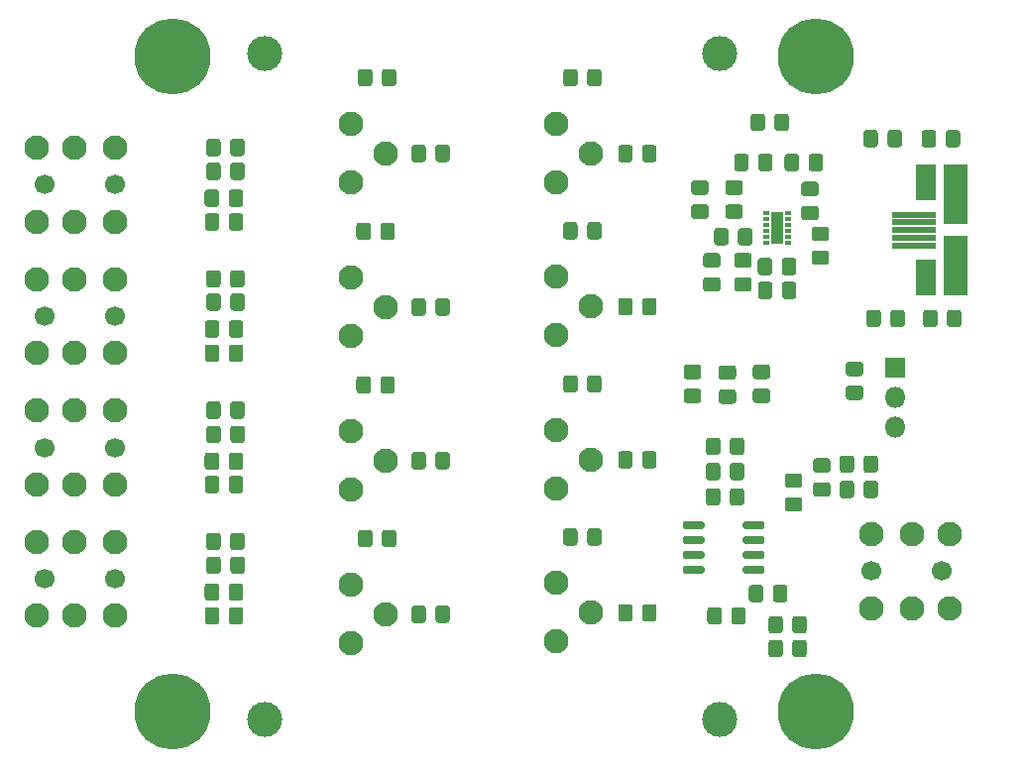
<source format=gts>
G04 #@! TF.GenerationSoftware,KiCad,Pcbnew,5.1.6-c6e7f7d~87~ubuntu18.04.1*
G04 #@! TF.CreationDate,2020-09-10T19:55:48-05:00*
G04 #@! TF.ProjectId,MiniStereoMixer,4d696e69-5374-4657-9265-6f4d69786572,rev?*
G04 #@! TF.SameCoordinates,Original*
G04 #@! TF.FileFunction,Soldermask,Top*
G04 #@! TF.FilePolarity,Negative*
%FSLAX46Y46*%
G04 Gerber Fmt 4.6, Leading zero omitted, Abs format (unit mm)*
G04 Created by KiCad (PCBNEW 5.1.6-c6e7f7d~87~ubuntu18.04.1) date 2020-09-10 19:55:48*
%MOMM*%
%LPD*%
G01*
G04 APERTURE LIST*
%ADD10C,1.700000*%
%ADD11C,2.100000*%
%ADD12R,3.700000X0.500000*%
%ADD13R,1.700000X3.100000*%
%ADD14R,2.000000X5.100000*%
%ADD15R,1.800000X1.800000*%
%ADD16O,1.800000X1.800000*%
%ADD17R,0.600000X0.350000*%
%ADD18R,1.100000X2.750000*%
%ADD19C,3.000000*%
%ADD20C,6.500000*%
G04 APERTURE END LIST*
D10*
G04 #@! TO.C,J6*
X193579000Y-87122000D03*
X199579000Y-87122000D03*
D11*
X193579000Y-83972000D03*
X197079000Y-83972000D03*
X200279000Y-83972000D03*
X197079000Y-90272000D03*
X193579000Y-90272000D03*
X200279000Y-90272000D03*
G04 #@! TD*
D10*
G04 #@! TO.C,J1*
X129001000Y-87782000D03*
X123001000Y-87782000D03*
D11*
X129001000Y-90932000D03*
X125501000Y-90932000D03*
X122301000Y-90932000D03*
X125501000Y-84632000D03*
X129001000Y-84632000D03*
X122301000Y-84632000D03*
G04 #@! TD*
D10*
G04 #@! TO.C,J2*
X129001000Y-76555332D03*
X123001000Y-76555332D03*
D11*
X129001000Y-79705332D03*
X125501000Y-79705332D03*
X122301000Y-79705332D03*
X125501000Y-73405332D03*
X129001000Y-73405332D03*
X122301000Y-73405332D03*
G04 #@! TD*
D10*
G04 #@! TO.C,J3*
X129001000Y-65328666D03*
X123001000Y-65328666D03*
D11*
X129001000Y-68478666D03*
X125501000Y-68478666D03*
X122301000Y-68478666D03*
X125501000Y-62178666D03*
X129001000Y-62178666D03*
X122301000Y-62178666D03*
G04 #@! TD*
D10*
G04 #@! TO.C,J4*
X129001000Y-54102000D03*
X123001000Y-54102000D03*
D11*
X129001000Y-57252000D03*
X125501000Y-57252000D03*
X122301000Y-57252000D03*
X125501000Y-50952000D03*
X129001000Y-50952000D03*
X122301000Y-50952000D03*
G04 #@! TD*
G04 #@! TO.C,C1*
G36*
G01*
X188751738Y-57668000D02*
X189708262Y-57668000D01*
G75*
G02*
X189980000Y-57939738I0J-271738D01*
G01*
X189980000Y-58646262D01*
G75*
G02*
X189708262Y-58918000I-271738J0D01*
G01*
X188751738Y-58918000D01*
G75*
G02*
X188480000Y-58646262I0J271738D01*
G01*
X188480000Y-57939738D01*
G75*
G02*
X188751738Y-57668000I271738J0D01*
G01*
G37*
G36*
G01*
X188751738Y-59718000D02*
X189708262Y-59718000D01*
G75*
G02*
X189980000Y-59989738I0J-271738D01*
G01*
X189980000Y-60696262D01*
G75*
G02*
X189708262Y-60968000I-271738J0D01*
G01*
X188751738Y-60968000D01*
G75*
G02*
X188480000Y-60696262I0J271738D01*
G01*
X188480000Y-59989738D01*
G75*
G02*
X188751738Y-59718000I271738J0D01*
G01*
G37*
G04 #@! TD*
G04 #@! TO.C,C2*
G36*
G01*
X182342262Y-54972000D02*
X181385738Y-54972000D01*
G75*
G02*
X181114000Y-54700262I0J271738D01*
G01*
X181114000Y-53993738D01*
G75*
G02*
X181385738Y-53722000I271738J0D01*
G01*
X182342262Y-53722000D01*
G75*
G02*
X182614000Y-53993738I0J-271738D01*
G01*
X182614000Y-54700262D01*
G75*
G02*
X182342262Y-54972000I-271738J0D01*
G01*
G37*
G36*
G01*
X182342262Y-57022000D02*
X181385738Y-57022000D01*
G75*
G02*
X181114000Y-56750262I0J271738D01*
G01*
X181114000Y-56043738D01*
G75*
G02*
X181385738Y-55772000I271738J0D01*
G01*
X182342262Y-55772000D01*
G75*
G02*
X182614000Y-56043738I0J-271738D01*
G01*
X182614000Y-56750262D01*
G75*
G02*
X182342262Y-57022000I-271738J0D01*
G01*
G37*
G04 #@! TD*
G04 #@! TO.C,C3*
G36*
G01*
X183450500Y-58068738D02*
X183450500Y-59025262D01*
G75*
G02*
X183178762Y-59297000I-271738J0D01*
G01*
X182472238Y-59297000D01*
G75*
G02*
X182200500Y-59025262I0J271738D01*
G01*
X182200500Y-58068738D01*
G75*
G02*
X182472238Y-57797000I271738J0D01*
G01*
X183178762Y-57797000D01*
G75*
G02*
X183450500Y-58068738I0J-271738D01*
G01*
G37*
G36*
G01*
X181400500Y-58068738D02*
X181400500Y-59025262D01*
G75*
G02*
X181128762Y-59297000I-271738J0D01*
G01*
X180422238Y-59297000D01*
G75*
G02*
X180150500Y-59025262I0J271738D01*
G01*
X180150500Y-58068738D01*
G75*
G02*
X180422238Y-57797000I271738J0D01*
G01*
X181128762Y-57797000D01*
G75*
G02*
X181400500Y-58068738I0J-271738D01*
G01*
G37*
G04 #@! TD*
G04 #@! TO.C,C4*
G36*
G01*
X188819262Y-57149000D02*
X187862738Y-57149000D01*
G75*
G02*
X187591000Y-56877262I0J271738D01*
G01*
X187591000Y-56170738D01*
G75*
G02*
X187862738Y-55899000I271738J0D01*
G01*
X188819262Y-55899000D01*
G75*
G02*
X189091000Y-56170738I0J-271738D01*
G01*
X189091000Y-56877262D01*
G75*
G02*
X188819262Y-57149000I-271738J0D01*
G01*
G37*
G36*
G01*
X188819262Y-55099000D02*
X187862738Y-55099000D01*
G75*
G02*
X187591000Y-54827262I0J271738D01*
G01*
X187591000Y-54120738D01*
G75*
G02*
X187862738Y-53849000I271738J0D01*
G01*
X188819262Y-53849000D01*
G75*
G02*
X189091000Y-54120738I0J-271738D01*
G01*
X189091000Y-54827262D01*
G75*
G02*
X188819262Y-55099000I-271738J0D01*
G01*
G37*
G04 #@! TD*
G04 #@! TO.C,C5*
G36*
G01*
X182147738Y-61986000D02*
X183104262Y-61986000D01*
G75*
G02*
X183376000Y-62257738I0J-271738D01*
G01*
X183376000Y-62964262D01*
G75*
G02*
X183104262Y-63236000I-271738J0D01*
G01*
X182147738Y-63236000D01*
G75*
G02*
X181876000Y-62964262I0J271738D01*
G01*
X181876000Y-62257738D01*
G75*
G02*
X182147738Y-61986000I271738J0D01*
G01*
G37*
G36*
G01*
X182147738Y-59936000D02*
X183104262Y-59936000D01*
G75*
G02*
X183376000Y-60207738I0J-271738D01*
G01*
X183376000Y-60914262D01*
G75*
G02*
X183104262Y-61186000I-271738J0D01*
G01*
X182147738Y-61186000D01*
G75*
G02*
X181876000Y-60914262I0J271738D01*
G01*
X181876000Y-60207738D01*
G75*
G02*
X182147738Y-59936000I271738J0D01*
G01*
G37*
G04 #@! TD*
G04 #@! TO.C,C6*
G36*
G01*
X138021000Y-84103738D02*
X138021000Y-85060262D01*
G75*
G02*
X137749262Y-85332000I-271738J0D01*
G01*
X137042738Y-85332000D01*
G75*
G02*
X136771000Y-85060262I0J271738D01*
G01*
X136771000Y-84103738D01*
G75*
G02*
X137042738Y-83832000I271738J0D01*
G01*
X137749262Y-83832000D01*
G75*
G02*
X138021000Y-84103738I0J-271738D01*
G01*
G37*
G36*
G01*
X140071000Y-84103738D02*
X140071000Y-85060262D01*
G75*
G02*
X139799262Y-85332000I-271738J0D01*
G01*
X139092738Y-85332000D01*
G75*
G02*
X138821000Y-85060262I0J271738D01*
G01*
X138821000Y-84103738D01*
G75*
G02*
X139092738Y-83832000I271738J0D01*
G01*
X139799262Y-83832000D01*
G75*
G02*
X140071000Y-84103738I0J-271738D01*
G01*
G37*
G04 #@! TD*
G04 #@! TO.C,C7*
G36*
G01*
X138021000Y-72885404D02*
X138021000Y-73841928D01*
G75*
G02*
X137749262Y-74113666I-271738J0D01*
G01*
X137042738Y-74113666D01*
G75*
G02*
X136771000Y-73841928I0J271738D01*
G01*
X136771000Y-72885404D01*
G75*
G02*
X137042738Y-72613666I271738J0D01*
G01*
X137749262Y-72613666D01*
G75*
G02*
X138021000Y-72885404I0J-271738D01*
G01*
G37*
G36*
G01*
X140071000Y-72885404D02*
X140071000Y-73841928D01*
G75*
G02*
X139799262Y-74113666I-271738J0D01*
G01*
X139092738Y-74113666D01*
G75*
G02*
X138821000Y-73841928I0J271738D01*
G01*
X138821000Y-72885404D01*
G75*
G02*
X139092738Y-72613666I271738J0D01*
G01*
X139799262Y-72613666D01*
G75*
G02*
X140071000Y-72885404I0J-271738D01*
G01*
G37*
G04 #@! TD*
G04 #@! TO.C,C8*
G36*
G01*
X138021000Y-61667071D02*
X138021000Y-62623595D01*
G75*
G02*
X137749262Y-62895333I-271738J0D01*
G01*
X137042738Y-62895333D01*
G75*
G02*
X136771000Y-62623595I0J271738D01*
G01*
X136771000Y-61667071D01*
G75*
G02*
X137042738Y-61395333I271738J0D01*
G01*
X137749262Y-61395333D01*
G75*
G02*
X138021000Y-61667071I0J-271738D01*
G01*
G37*
G36*
G01*
X140071000Y-61667071D02*
X140071000Y-62623595D01*
G75*
G02*
X139799262Y-62895333I-271738J0D01*
G01*
X139092738Y-62895333D01*
G75*
G02*
X138821000Y-62623595I0J271738D01*
G01*
X138821000Y-61667071D01*
G75*
G02*
X139092738Y-61395333I271738J0D01*
G01*
X139799262Y-61395333D01*
G75*
G02*
X140071000Y-61667071I0J-271738D01*
G01*
G37*
G04 #@! TD*
G04 #@! TO.C,C9*
G36*
G01*
X138021000Y-50448738D02*
X138021000Y-51405262D01*
G75*
G02*
X137749262Y-51677000I-271738J0D01*
G01*
X137042738Y-51677000D01*
G75*
G02*
X136771000Y-51405262I0J271738D01*
G01*
X136771000Y-50448738D01*
G75*
G02*
X137042738Y-50177000I271738J0D01*
G01*
X137749262Y-50177000D01*
G75*
G02*
X138021000Y-50448738I0J-271738D01*
G01*
G37*
G36*
G01*
X140071000Y-50448738D02*
X140071000Y-51405262D01*
G75*
G02*
X139799262Y-51677000I-271738J0D01*
G01*
X139092738Y-51677000D01*
G75*
G02*
X138821000Y-51405262I0J271738D01*
G01*
X138821000Y-50448738D01*
G75*
G02*
X139092738Y-50177000I271738J0D01*
G01*
X139799262Y-50177000D01*
G75*
G02*
X140071000Y-50448738I0J-271738D01*
G01*
G37*
G04 #@! TD*
G04 #@! TO.C,C10*
G36*
G01*
X139953000Y-90453738D02*
X139953000Y-91410262D01*
G75*
G02*
X139681262Y-91682000I-271738J0D01*
G01*
X138974738Y-91682000D01*
G75*
G02*
X138703000Y-91410262I0J271738D01*
G01*
X138703000Y-90453738D01*
G75*
G02*
X138974738Y-90182000I271738J0D01*
G01*
X139681262Y-90182000D01*
G75*
G02*
X139953000Y-90453738I0J-271738D01*
G01*
G37*
G36*
G01*
X137903000Y-90453738D02*
X137903000Y-91410262D01*
G75*
G02*
X137631262Y-91682000I-271738J0D01*
G01*
X136924738Y-91682000D01*
G75*
G02*
X136653000Y-91410262I0J271738D01*
G01*
X136653000Y-90453738D01*
G75*
G02*
X136924738Y-90182000I271738J0D01*
G01*
X137631262Y-90182000D01*
G75*
G02*
X137903000Y-90453738I0J-271738D01*
G01*
G37*
G04 #@! TD*
G04 #@! TO.C,C11*
G36*
G01*
X139953000Y-79235404D02*
X139953000Y-80191928D01*
G75*
G02*
X139681262Y-80463666I-271738J0D01*
G01*
X138974738Y-80463666D01*
G75*
G02*
X138703000Y-80191928I0J271738D01*
G01*
X138703000Y-79235404D01*
G75*
G02*
X138974738Y-78963666I271738J0D01*
G01*
X139681262Y-78963666D01*
G75*
G02*
X139953000Y-79235404I0J-271738D01*
G01*
G37*
G36*
G01*
X137903000Y-79235404D02*
X137903000Y-80191928D01*
G75*
G02*
X137631262Y-80463666I-271738J0D01*
G01*
X136924738Y-80463666D01*
G75*
G02*
X136653000Y-80191928I0J271738D01*
G01*
X136653000Y-79235404D01*
G75*
G02*
X136924738Y-78963666I271738J0D01*
G01*
X137631262Y-78963666D01*
G75*
G02*
X137903000Y-79235404I0J-271738D01*
G01*
G37*
G04 #@! TD*
G04 #@! TO.C,C12*
G36*
G01*
X139953000Y-68017071D02*
X139953000Y-68973595D01*
G75*
G02*
X139681262Y-69245333I-271738J0D01*
G01*
X138974738Y-69245333D01*
G75*
G02*
X138703000Y-68973595I0J271738D01*
G01*
X138703000Y-68017071D01*
G75*
G02*
X138974738Y-67745333I271738J0D01*
G01*
X139681262Y-67745333D01*
G75*
G02*
X139953000Y-68017071I0J-271738D01*
G01*
G37*
G36*
G01*
X137903000Y-68017071D02*
X137903000Y-68973595D01*
G75*
G02*
X137631262Y-69245333I-271738J0D01*
G01*
X136924738Y-69245333D01*
G75*
G02*
X136653000Y-68973595I0J271738D01*
G01*
X136653000Y-68017071D01*
G75*
G02*
X136924738Y-67745333I271738J0D01*
G01*
X137631262Y-67745333D01*
G75*
G02*
X137903000Y-68017071I0J-271738D01*
G01*
G37*
G04 #@! TD*
G04 #@! TO.C,C13*
G36*
G01*
X137903000Y-56798738D02*
X137903000Y-57755262D01*
G75*
G02*
X137631262Y-58027000I-271738J0D01*
G01*
X136924738Y-58027000D01*
G75*
G02*
X136653000Y-57755262I0J271738D01*
G01*
X136653000Y-56798738D01*
G75*
G02*
X136924738Y-56527000I271738J0D01*
G01*
X137631262Y-56527000D01*
G75*
G02*
X137903000Y-56798738I0J-271738D01*
G01*
G37*
G36*
G01*
X139953000Y-56798738D02*
X139953000Y-57755262D01*
G75*
G02*
X139681262Y-58027000I-271738J0D01*
G01*
X138974738Y-58027000D01*
G75*
G02*
X138703000Y-57755262I0J271738D01*
G01*
X138703000Y-56798738D01*
G75*
G02*
X138974738Y-56527000I271738J0D01*
G01*
X139681262Y-56527000D01*
G75*
G02*
X139953000Y-56798738I0J-271738D01*
G01*
G37*
G04 #@! TD*
G04 #@! TO.C,C14*
G36*
G01*
X182752000Y-75975738D02*
X182752000Y-76932262D01*
G75*
G02*
X182480262Y-77204000I-271738J0D01*
G01*
X181773738Y-77204000D01*
G75*
G02*
X181502000Y-76932262I0J271738D01*
G01*
X181502000Y-75975738D01*
G75*
G02*
X181773738Y-75704000I271738J0D01*
G01*
X182480262Y-75704000D01*
G75*
G02*
X182752000Y-75975738I0J-271738D01*
G01*
G37*
G36*
G01*
X180702000Y-75975738D02*
X180702000Y-76932262D01*
G75*
G02*
X180430262Y-77204000I-271738J0D01*
G01*
X179723738Y-77204000D01*
G75*
G02*
X179452000Y-76932262I0J271738D01*
G01*
X179452000Y-75975738D01*
G75*
G02*
X179723738Y-75704000I271738J0D01*
G01*
X180430262Y-75704000D01*
G75*
G02*
X180702000Y-75975738I0J-271738D01*
G01*
G37*
G04 #@! TD*
G04 #@! TO.C,C15*
G36*
G01*
X180693000Y-78134738D02*
X180693000Y-79091262D01*
G75*
G02*
X180421262Y-79363000I-271738J0D01*
G01*
X179714738Y-79363000D01*
G75*
G02*
X179443000Y-79091262I0J271738D01*
G01*
X179443000Y-78134738D01*
G75*
G02*
X179714738Y-77863000I271738J0D01*
G01*
X180421262Y-77863000D01*
G75*
G02*
X180693000Y-78134738I0J-271738D01*
G01*
G37*
G36*
G01*
X182743000Y-78134738D02*
X182743000Y-79091262D01*
G75*
G02*
X182471262Y-79363000I-271738J0D01*
G01*
X181764738Y-79363000D01*
G75*
G02*
X181493000Y-79091262I0J271738D01*
G01*
X181493000Y-78134738D01*
G75*
G02*
X181764738Y-77863000I271738J0D01*
G01*
X182471262Y-77863000D01*
G75*
G02*
X182743000Y-78134738I0J-271738D01*
G01*
G37*
G04 #@! TD*
G04 #@! TO.C,C16*
G36*
G01*
X186036000Y-91215738D02*
X186036000Y-92172262D01*
G75*
G02*
X185764262Y-92444000I-271738J0D01*
G01*
X185057738Y-92444000D01*
G75*
G02*
X184786000Y-92172262I0J271738D01*
G01*
X184786000Y-91215738D01*
G75*
G02*
X185057738Y-90944000I271738J0D01*
G01*
X185764262Y-90944000D01*
G75*
G02*
X186036000Y-91215738I0J-271738D01*
G01*
G37*
G36*
G01*
X188086000Y-91215738D02*
X188086000Y-92172262D01*
G75*
G02*
X187814262Y-92444000I-271738J0D01*
G01*
X187107738Y-92444000D01*
G75*
G02*
X186836000Y-92172262I0J271738D01*
G01*
X186836000Y-91215738D01*
G75*
G02*
X187107738Y-90944000I271738J0D01*
G01*
X187814262Y-90944000D01*
G75*
G02*
X188086000Y-91215738I0J-271738D01*
G01*
G37*
G04 #@! TD*
G04 #@! TO.C,C17*
G36*
G01*
X182743000Y-80293738D02*
X182743000Y-81250262D01*
G75*
G02*
X182471262Y-81522000I-271738J0D01*
G01*
X181764738Y-81522000D01*
G75*
G02*
X181493000Y-81250262I0J271738D01*
G01*
X181493000Y-80293738D01*
G75*
G02*
X181764738Y-80022000I271738J0D01*
G01*
X182471262Y-80022000D01*
G75*
G02*
X182743000Y-80293738I0J-271738D01*
G01*
G37*
G36*
G01*
X180693000Y-80293738D02*
X180693000Y-81250262D01*
G75*
G02*
X180421262Y-81522000I-271738J0D01*
G01*
X179714738Y-81522000D01*
G75*
G02*
X179443000Y-81250262I0J271738D01*
G01*
X179443000Y-80293738D01*
G75*
G02*
X179714738Y-80022000I271738J0D01*
G01*
X180421262Y-80022000D01*
G75*
G02*
X180693000Y-80293738I0J-271738D01*
G01*
G37*
G04 #@! TD*
G04 #@! TO.C,C18*
G36*
G01*
X194173000Y-79658738D02*
X194173000Y-80615262D01*
G75*
G02*
X193901262Y-80887000I-271738J0D01*
G01*
X193194738Y-80887000D01*
G75*
G02*
X192923000Y-80615262I0J271738D01*
G01*
X192923000Y-79658738D01*
G75*
G02*
X193194738Y-79387000I271738J0D01*
G01*
X193901262Y-79387000D01*
G75*
G02*
X194173000Y-79658738I0J-271738D01*
G01*
G37*
G36*
G01*
X192123000Y-79658738D02*
X192123000Y-80615262D01*
G75*
G02*
X191851262Y-80887000I-271738J0D01*
G01*
X191144738Y-80887000D01*
G75*
G02*
X190873000Y-80615262I0J271738D01*
G01*
X190873000Y-79658738D01*
G75*
G02*
X191144738Y-79387000I271738J0D01*
G01*
X191851262Y-79387000D01*
G75*
G02*
X192123000Y-79658738I0J-271738D01*
G01*
G37*
G04 #@! TD*
D12*
G04 #@! TO.C,J5*
X197237000Y-59275500D03*
X197237000Y-58625500D03*
X197237000Y-57975500D03*
X197237000Y-57325500D03*
X197237000Y-56675500D03*
D13*
X198237000Y-53911500D03*
X198237000Y-62039500D03*
D14*
X200777000Y-61023500D03*
X200787000Y-54927500D03*
G04 #@! TD*
G04 #@! TO.C,R1*
G36*
G01*
X180437262Y-63245000D02*
X179480738Y-63245000D01*
G75*
G02*
X179209000Y-62973262I0J271738D01*
G01*
X179209000Y-62266738D01*
G75*
G02*
X179480738Y-61995000I271738J0D01*
G01*
X180437262Y-61995000D01*
G75*
G02*
X180709000Y-62266738I0J-271738D01*
G01*
X180709000Y-62973262D01*
G75*
G02*
X180437262Y-63245000I-271738J0D01*
G01*
G37*
G36*
G01*
X180437262Y-61195000D02*
X179480738Y-61195000D01*
G75*
G02*
X179209000Y-60923262I0J271738D01*
G01*
X179209000Y-60216738D01*
G75*
G02*
X179480738Y-59945000I271738J0D01*
G01*
X180437262Y-59945000D01*
G75*
G02*
X180709000Y-60216738I0J-271738D01*
G01*
X180709000Y-60923262D01*
G75*
G02*
X180437262Y-61195000I-271738J0D01*
G01*
G37*
G04 #@! TD*
G04 #@! TO.C,R2*
G36*
G01*
X184512000Y-48289738D02*
X184512000Y-49246262D01*
G75*
G02*
X184240262Y-49518000I-271738J0D01*
G01*
X183533738Y-49518000D01*
G75*
G02*
X183262000Y-49246262I0J271738D01*
G01*
X183262000Y-48289738D01*
G75*
G02*
X183533738Y-48018000I271738J0D01*
G01*
X184240262Y-48018000D01*
G75*
G02*
X184512000Y-48289738I0J-271738D01*
G01*
G37*
G36*
G01*
X186562000Y-48289738D02*
X186562000Y-49246262D01*
G75*
G02*
X186290262Y-49518000I-271738J0D01*
G01*
X185583738Y-49518000D01*
G75*
G02*
X185312000Y-49246262I0J271738D01*
G01*
X185312000Y-48289738D01*
G75*
G02*
X185583738Y-48018000I271738J0D01*
G01*
X186290262Y-48018000D01*
G75*
G02*
X186562000Y-48289738I0J-271738D01*
G01*
G37*
G04 #@! TD*
G04 #@! TO.C,R3*
G36*
G01*
X183115000Y-51718738D02*
X183115000Y-52675262D01*
G75*
G02*
X182843262Y-52947000I-271738J0D01*
G01*
X182136738Y-52947000D01*
G75*
G02*
X181865000Y-52675262I0J271738D01*
G01*
X181865000Y-51718738D01*
G75*
G02*
X182136738Y-51447000I271738J0D01*
G01*
X182843262Y-51447000D01*
G75*
G02*
X183115000Y-51718738I0J-271738D01*
G01*
G37*
G36*
G01*
X185165000Y-51718738D02*
X185165000Y-52675262D01*
G75*
G02*
X184893262Y-52947000I-271738J0D01*
G01*
X184186738Y-52947000D01*
G75*
G02*
X183915000Y-52675262I0J271738D01*
G01*
X183915000Y-51718738D01*
G75*
G02*
X184186738Y-51447000I271738J0D01*
G01*
X184893262Y-51447000D01*
G75*
G02*
X185165000Y-51718738I0J-271738D01*
G01*
G37*
G04 #@! TD*
G04 #@! TO.C,R4*
G36*
G01*
X189474000Y-51718738D02*
X189474000Y-52675262D01*
G75*
G02*
X189202262Y-52947000I-271738J0D01*
G01*
X188495738Y-52947000D01*
G75*
G02*
X188224000Y-52675262I0J271738D01*
G01*
X188224000Y-51718738D01*
G75*
G02*
X188495738Y-51447000I271738J0D01*
G01*
X189202262Y-51447000D01*
G75*
G02*
X189474000Y-51718738I0J-271738D01*
G01*
G37*
G36*
G01*
X187424000Y-51718738D02*
X187424000Y-52675262D01*
G75*
G02*
X187152262Y-52947000I-271738J0D01*
G01*
X186445738Y-52947000D01*
G75*
G02*
X186174000Y-52675262I0J271738D01*
G01*
X186174000Y-51718738D01*
G75*
G02*
X186445738Y-51447000I271738J0D01*
G01*
X187152262Y-51447000D01*
G75*
G02*
X187424000Y-51718738I0J-271738D01*
G01*
G37*
G04 #@! TD*
G04 #@! TO.C,R5*
G36*
G01*
X185938000Y-61565262D02*
X185938000Y-60608738D01*
G75*
G02*
X186209738Y-60337000I271738J0D01*
G01*
X186916262Y-60337000D01*
G75*
G02*
X187188000Y-60608738I0J-271738D01*
G01*
X187188000Y-61565262D01*
G75*
G02*
X186916262Y-61837000I-271738J0D01*
G01*
X186209738Y-61837000D01*
G75*
G02*
X185938000Y-61565262I0J271738D01*
G01*
G37*
G36*
G01*
X183888000Y-61565262D02*
X183888000Y-60608738D01*
G75*
G02*
X184159738Y-60337000I271738J0D01*
G01*
X184866262Y-60337000D01*
G75*
G02*
X185138000Y-60608738I0J-271738D01*
G01*
X185138000Y-61565262D01*
G75*
G02*
X184866262Y-61837000I-271738J0D01*
G01*
X184159738Y-61837000D01*
G75*
G02*
X183888000Y-61565262I0J271738D01*
G01*
G37*
G04 #@! TD*
G04 #@! TO.C,R6*
G36*
G01*
X185147000Y-62640738D02*
X185147000Y-63597262D01*
G75*
G02*
X184875262Y-63869000I-271738J0D01*
G01*
X184168738Y-63869000D01*
G75*
G02*
X183897000Y-63597262I0J271738D01*
G01*
X183897000Y-62640738D01*
G75*
G02*
X184168738Y-62369000I271738J0D01*
G01*
X184875262Y-62369000D01*
G75*
G02*
X185147000Y-62640738I0J-271738D01*
G01*
G37*
G36*
G01*
X187197000Y-62640738D02*
X187197000Y-63597262D01*
G75*
G02*
X186925262Y-63869000I-271738J0D01*
G01*
X186218738Y-63869000D01*
G75*
G02*
X185947000Y-63597262I0J271738D01*
G01*
X185947000Y-62640738D01*
G75*
G02*
X186218738Y-62369000I271738J0D01*
G01*
X186925262Y-62369000D01*
G75*
G02*
X187197000Y-62640738I0J-271738D01*
G01*
G37*
G04 #@! TD*
G04 #@! TO.C,R7*
G36*
G01*
X153025000Y-44479738D02*
X153025000Y-45436262D01*
G75*
G02*
X152753262Y-45708000I-271738J0D01*
G01*
X152046738Y-45708000D01*
G75*
G02*
X151775000Y-45436262I0J271738D01*
G01*
X151775000Y-44479738D01*
G75*
G02*
X152046738Y-44208000I271738J0D01*
G01*
X152753262Y-44208000D01*
G75*
G02*
X153025000Y-44479738I0J-271738D01*
G01*
G37*
G36*
G01*
X150975000Y-44479738D02*
X150975000Y-45436262D01*
G75*
G02*
X150703262Y-45708000I-271738J0D01*
G01*
X149996738Y-45708000D01*
G75*
G02*
X149725000Y-45436262I0J271738D01*
G01*
X149725000Y-44479738D01*
G75*
G02*
X149996738Y-44208000I271738J0D01*
G01*
X150703262Y-44208000D01*
G75*
G02*
X150975000Y-44479738I0J-271738D01*
G01*
G37*
G04 #@! TD*
G04 #@! TO.C,R8*
G36*
G01*
X150848000Y-57603071D02*
X150848000Y-58559595D01*
G75*
G02*
X150576262Y-58831333I-271738J0D01*
G01*
X149869738Y-58831333D01*
G75*
G02*
X149598000Y-58559595I0J271738D01*
G01*
X149598000Y-57603071D01*
G75*
G02*
X149869738Y-57331333I271738J0D01*
G01*
X150576262Y-57331333D01*
G75*
G02*
X150848000Y-57603071I0J-271738D01*
G01*
G37*
G36*
G01*
X152898000Y-57603071D02*
X152898000Y-58559595D01*
G75*
G02*
X152626262Y-58831333I-271738J0D01*
G01*
X151919738Y-58831333D01*
G75*
G02*
X151648000Y-58559595I0J271738D01*
G01*
X151648000Y-57603071D01*
G75*
G02*
X151919738Y-57331333I271738J0D01*
G01*
X152626262Y-57331333D01*
G75*
G02*
X152898000Y-57603071I0J-271738D01*
G01*
G37*
G04 #@! TD*
G04 #@! TO.C,R9*
G36*
G01*
X152898000Y-70726404D02*
X152898000Y-71682928D01*
G75*
G02*
X152626262Y-71954666I-271738J0D01*
G01*
X151919738Y-71954666D01*
G75*
G02*
X151648000Y-71682928I0J271738D01*
G01*
X151648000Y-70726404D01*
G75*
G02*
X151919738Y-70454666I271738J0D01*
G01*
X152626262Y-70454666D01*
G75*
G02*
X152898000Y-70726404I0J-271738D01*
G01*
G37*
G36*
G01*
X150848000Y-70726404D02*
X150848000Y-71682928D01*
G75*
G02*
X150576262Y-71954666I-271738J0D01*
G01*
X149869738Y-71954666D01*
G75*
G02*
X149598000Y-71682928I0J271738D01*
G01*
X149598000Y-70726404D01*
G75*
G02*
X149869738Y-70454666I271738J0D01*
G01*
X150576262Y-70454666D01*
G75*
G02*
X150848000Y-70726404I0J-271738D01*
G01*
G37*
G04 #@! TD*
G04 #@! TO.C,R10*
G36*
G01*
X150984000Y-83849738D02*
X150984000Y-84806262D01*
G75*
G02*
X150712262Y-85078000I-271738J0D01*
G01*
X150005738Y-85078000D01*
G75*
G02*
X149734000Y-84806262I0J271738D01*
G01*
X149734000Y-83849738D01*
G75*
G02*
X150005738Y-83578000I271738J0D01*
G01*
X150712262Y-83578000D01*
G75*
G02*
X150984000Y-83849738I0J-271738D01*
G01*
G37*
G36*
G01*
X153034000Y-83849738D02*
X153034000Y-84806262D01*
G75*
G02*
X152762262Y-85078000I-271738J0D01*
G01*
X152055738Y-85078000D01*
G75*
G02*
X151784000Y-84806262I0J271738D01*
G01*
X151784000Y-83849738D01*
G75*
G02*
X152055738Y-83578000I271738J0D01*
G01*
X152762262Y-83578000D01*
G75*
G02*
X153034000Y-83849738I0J-271738D01*
G01*
G37*
G04 #@! TD*
G04 #@! TO.C,R11*
G36*
G01*
X168510000Y-83722738D02*
X168510000Y-84679262D01*
G75*
G02*
X168238262Y-84951000I-271738J0D01*
G01*
X167531738Y-84951000D01*
G75*
G02*
X167260000Y-84679262I0J271738D01*
G01*
X167260000Y-83722738D01*
G75*
G02*
X167531738Y-83451000I271738J0D01*
G01*
X168238262Y-83451000D01*
G75*
G02*
X168510000Y-83722738I0J-271738D01*
G01*
G37*
G36*
G01*
X170560000Y-83722738D02*
X170560000Y-84679262D01*
G75*
G02*
X170288262Y-84951000I-271738J0D01*
G01*
X169581738Y-84951000D01*
G75*
G02*
X169310000Y-84679262I0J271738D01*
G01*
X169310000Y-83722738D01*
G75*
G02*
X169581738Y-83451000I271738J0D01*
G01*
X170288262Y-83451000D01*
G75*
G02*
X170560000Y-83722738I0J-271738D01*
G01*
G37*
G04 #@! TD*
G04 #@! TO.C,R12*
G36*
G01*
X168510000Y-70641738D02*
X168510000Y-71598262D01*
G75*
G02*
X168238262Y-71870000I-271738J0D01*
G01*
X167531738Y-71870000D01*
G75*
G02*
X167260000Y-71598262I0J271738D01*
G01*
X167260000Y-70641738D01*
G75*
G02*
X167531738Y-70370000I271738J0D01*
G01*
X168238262Y-70370000D01*
G75*
G02*
X168510000Y-70641738I0J-271738D01*
G01*
G37*
G36*
G01*
X170560000Y-70641738D02*
X170560000Y-71598262D01*
G75*
G02*
X170288262Y-71870000I-271738J0D01*
G01*
X169581738Y-71870000D01*
G75*
G02*
X169310000Y-71598262I0J271738D01*
G01*
X169310000Y-70641738D01*
G75*
G02*
X169581738Y-70370000I271738J0D01*
G01*
X170288262Y-70370000D01*
G75*
G02*
X170560000Y-70641738I0J-271738D01*
G01*
G37*
G04 #@! TD*
G04 #@! TO.C,R13*
G36*
G01*
X170560000Y-57560738D02*
X170560000Y-58517262D01*
G75*
G02*
X170288262Y-58789000I-271738J0D01*
G01*
X169581738Y-58789000D01*
G75*
G02*
X169310000Y-58517262I0J271738D01*
G01*
X169310000Y-57560738D01*
G75*
G02*
X169581738Y-57289000I271738J0D01*
G01*
X170288262Y-57289000D01*
G75*
G02*
X170560000Y-57560738I0J-271738D01*
G01*
G37*
G36*
G01*
X168510000Y-57560738D02*
X168510000Y-58517262D01*
G75*
G02*
X168238262Y-58789000I-271738J0D01*
G01*
X167531738Y-58789000D01*
G75*
G02*
X167260000Y-58517262I0J271738D01*
G01*
X167260000Y-57560738D01*
G75*
G02*
X167531738Y-57289000I271738J0D01*
G01*
X168238262Y-57289000D01*
G75*
G02*
X168510000Y-57560738I0J-271738D01*
G01*
G37*
G04 #@! TD*
G04 #@! TO.C,R14*
G36*
G01*
X170560000Y-44479738D02*
X170560000Y-45436262D01*
G75*
G02*
X170288262Y-45708000I-271738J0D01*
G01*
X169581738Y-45708000D01*
G75*
G02*
X169310000Y-45436262I0J271738D01*
G01*
X169310000Y-44479738D01*
G75*
G02*
X169581738Y-44208000I271738J0D01*
G01*
X170288262Y-44208000D01*
G75*
G02*
X170560000Y-44479738I0J-271738D01*
G01*
G37*
G36*
G01*
X168510000Y-44479738D02*
X168510000Y-45436262D01*
G75*
G02*
X168238262Y-45708000I-271738J0D01*
G01*
X167531738Y-45708000D01*
G75*
G02*
X167260000Y-45436262I0J271738D01*
G01*
X167260000Y-44479738D01*
G75*
G02*
X167531738Y-44208000I271738J0D01*
G01*
X168238262Y-44208000D01*
G75*
G02*
X168510000Y-44479738I0J-271738D01*
G01*
G37*
G04 #@! TD*
G04 #@! TO.C,R15*
G36*
G01*
X173209000Y-90199738D02*
X173209000Y-91156262D01*
G75*
G02*
X172937262Y-91428000I-271738J0D01*
G01*
X172230738Y-91428000D01*
G75*
G02*
X171959000Y-91156262I0J271738D01*
G01*
X171959000Y-90199738D01*
G75*
G02*
X172230738Y-89928000I271738J0D01*
G01*
X172937262Y-89928000D01*
G75*
G02*
X173209000Y-90199738I0J-271738D01*
G01*
G37*
G36*
G01*
X175259000Y-90199738D02*
X175259000Y-91156262D01*
G75*
G02*
X174987262Y-91428000I-271738J0D01*
G01*
X174280738Y-91428000D01*
G75*
G02*
X174009000Y-91156262I0J271738D01*
G01*
X174009000Y-90199738D01*
G75*
G02*
X174280738Y-89928000I271738J0D01*
G01*
X174987262Y-89928000D01*
G75*
G02*
X175259000Y-90199738I0J-271738D01*
G01*
G37*
G04 #@! TD*
G04 #@! TO.C,R16*
G36*
G01*
X175259000Y-77118738D02*
X175259000Y-78075262D01*
G75*
G02*
X174987262Y-78347000I-271738J0D01*
G01*
X174280738Y-78347000D01*
G75*
G02*
X174009000Y-78075262I0J271738D01*
G01*
X174009000Y-77118738D01*
G75*
G02*
X174280738Y-76847000I271738J0D01*
G01*
X174987262Y-76847000D01*
G75*
G02*
X175259000Y-77118738I0J-271738D01*
G01*
G37*
G36*
G01*
X173209000Y-77118738D02*
X173209000Y-78075262D01*
G75*
G02*
X172937262Y-78347000I-271738J0D01*
G01*
X172230738Y-78347000D01*
G75*
G02*
X171959000Y-78075262I0J271738D01*
G01*
X171959000Y-77118738D01*
G75*
G02*
X172230738Y-76847000I271738J0D01*
G01*
X172937262Y-76847000D01*
G75*
G02*
X173209000Y-77118738I0J-271738D01*
G01*
G37*
G04 #@! TD*
G04 #@! TO.C,R17*
G36*
G01*
X173209000Y-64037738D02*
X173209000Y-64994262D01*
G75*
G02*
X172937262Y-65266000I-271738J0D01*
G01*
X172230738Y-65266000D01*
G75*
G02*
X171959000Y-64994262I0J271738D01*
G01*
X171959000Y-64037738D01*
G75*
G02*
X172230738Y-63766000I271738J0D01*
G01*
X172937262Y-63766000D01*
G75*
G02*
X173209000Y-64037738I0J-271738D01*
G01*
G37*
G36*
G01*
X175259000Y-64037738D02*
X175259000Y-64994262D01*
G75*
G02*
X174987262Y-65266000I-271738J0D01*
G01*
X174280738Y-65266000D01*
G75*
G02*
X174009000Y-64994262I0J271738D01*
G01*
X174009000Y-64037738D01*
G75*
G02*
X174280738Y-63766000I271738J0D01*
G01*
X174987262Y-63766000D01*
G75*
G02*
X175259000Y-64037738I0J-271738D01*
G01*
G37*
G04 #@! TD*
G04 #@! TO.C,R18*
G36*
G01*
X175259000Y-50956738D02*
X175259000Y-51913262D01*
G75*
G02*
X174987262Y-52185000I-271738J0D01*
G01*
X174280738Y-52185000D01*
G75*
G02*
X174009000Y-51913262I0J271738D01*
G01*
X174009000Y-50956738D01*
G75*
G02*
X174280738Y-50685000I271738J0D01*
G01*
X174987262Y-50685000D01*
G75*
G02*
X175259000Y-50956738I0J-271738D01*
G01*
G37*
G36*
G01*
X173209000Y-50956738D02*
X173209000Y-51913262D01*
G75*
G02*
X172937262Y-52185000I-271738J0D01*
G01*
X172230738Y-52185000D01*
G75*
G02*
X171959000Y-51913262I0J271738D01*
G01*
X171959000Y-50956738D01*
G75*
G02*
X172230738Y-50685000I271738J0D01*
G01*
X172937262Y-50685000D01*
G75*
G02*
X173209000Y-50956738I0J-271738D01*
G01*
G37*
G04 #@! TD*
G04 #@! TO.C,R19*
G36*
G01*
X157597000Y-90326738D02*
X157597000Y-91283262D01*
G75*
G02*
X157325262Y-91555000I-271738J0D01*
G01*
X156618738Y-91555000D01*
G75*
G02*
X156347000Y-91283262I0J271738D01*
G01*
X156347000Y-90326738D01*
G75*
G02*
X156618738Y-90055000I271738J0D01*
G01*
X157325262Y-90055000D01*
G75*
G02*
X157597000Y-90326738I0J-271738D01*
G01*
G37*
G36*
G01*
X155547000Y-90326738D02*
X155547000Y-91283262D01*
G75*
G02*
X155275262Y-91555000I-271738J0D01*
G01*
X154568738Y-91555000D01*
G75*
G02*
X154297000Y-91283262I0J271738D01*
G01*
X154297000Y-90326738D01*
G75*
G02*
X154568738Y-90055000I271738J0D01*
G01*
X155275262Y-90055000D01*
G75*
G02*
X155547000Y-90326738I0J-271738D01*
G01*
G37*
G04 #@! TD*
G04 #@! TO.C,R20*
G36*
G01*
X155547000Y-77203404D02*
X155547000Y-78159928D01*
G75*
G02*
X155275262Y-78431666I-271738J0D01*
G01*
X154568738Y-78431666D01*
G75*
G02*
X154297000Y-78159928I0J271738D01*
G01*
X154297000Y-77203404D01*
G75*
G02*
X154568738Y-76931666I271738J0D01*
G01*
X155275262Y-76931666D01*
G75*
G02*
X155547000Y-77203404I0J-271738D01*
G01*
G37*
G36*
G01*
X157597000Y-77203404D02*
X157597000Y-78159928D01*
G75*
G02*
X157325262Y-78431666I-271738J0D01*
G01*
X156618738Y-78431666D01*
G75*
G02*
X156347000Y-78159928I0J271738D01*
G01*
X156347000Y-77203404D01*
G75*
G02*
X156618738Y-76931666I271738J0D01*
G01*
X157325262Y-76931666D01*
G75*
G02*
X157597000Y-77203404I0J-271738D01*
G01*
G37*
G04 #@! TD*
G04 #@! TO.C,R21*
G36*
G01*
X157597000Y-64080071D02*
X157597000Y-65036595D01*
G75*
G02*
X157325262Y-65308333I-271738J0D01*
G01*
X156618738Y-65308333D01*
G75*
G02*
X156347000Y-65036595I0J271738D01*
G01*
X156347000Y-64080071D01*
G75*
G02*
X156618738Y-63808333I271738J0D01*
G01*
X157325262Y-63808333D01*
G75*
G02*
X157597000Y-64080071I0J-271738D01*
G01*
G37*
G36*
G01*
X155547000Y-64080071D02*
X155547000Y-65036595D01*
G75*
G02*
X155275262Y-65308333I-271738J0D01*
G01*
X154568738Y-65308333D01*
G75*
G02*
X154297000Y-65036595I0J271738D01*
G01*
X154297000Y-64080071D01*
G75*
G02*
X154568738Y-63808333I271738J0D01*
G01*
X155275262Y-63808333D01*
G75*
G02*
X155547000Y-64080071I0J-271738D01*
G01*
G37*
G04 #@! TD*
G04 #@! TO.C,R22*
G36*
G01*
X157597000Y-50956738D02*
X157597000Y-51913262D01*
G75*
G02*
X157325262Y-52185000I-271738J0D01*
G01*
X156618738Y-52185000D01*
G75*
G02*
X156347000Y-51913262I0J271738D01*
G01*
X156347000Y-50956738D01*
G75*
G02*
X156618738Y-50685000I271738J0D01*
G01*
X157325262Y-50685000D01*
G75*
G02*
X157597000Y-50956738I0J-271738D01*
G01*
G37*
G36*
G01*
X155547000Y-50956738D02*
X155547000Y-51913262D01*
G75*
G02*
X155275262Y-52185000I-271738J0D01*
G01*
X154568738Y-52185000D01*
G75*
G02*
X154297000Y-51913262I0J271738D01*
G01*
X154297000Y-50956738D01*
G75*
G02*
X154568738Y-50685000I271738J0D01*
G01*
X155275262Y-50685000D01*
G75*
G02*
X155547000Y-50956738I0J-271738D01*
G01*
G37*
G04 #@! TD*
G04 #@! TO.C,R23*
G36*
G01*
X182870000Y-90453738D02*
X182870000Y-91410262D01*
G75*
G02*
X182598262Y-91682000I-271738J0D01*
G01*
X181891738Y-91682000D01*
G75*
G02*
X181620000Y-91410262I0J271738D01*
G01*
X181620000Y-90453738D01*
G75*
G02*
X181891738Y-90182000I271738J0D01*
G01*
X182598262Y-90182000D01*
G75*
G02*
X182870000Y-90453738I0J-271738D01*
G01*
G37*
G36*
G01*
X180820000Y-90453738D02*
X180820000Y-91410262D01*
G75*
G02*
X180548262Y-91682000I-271738J0D01*
G01*
X179841738Y-91682000D01*
G75*
G02*
X179570000Y-91410262I0J271738D01*
G01*
X179570000Y-90453738D01*
G75*
G02*
X179841738Y-90182000I271738J0D01*
G01*
X180548262Y-90182000D01*
G75*
G02*
X180820000Y-90453738I0J-271738D01*
G01*
G37*
G04 #@! TD*
G04 #@! TO.C,R24*
G36*
G01*
X186465738Y-80800000D02*
X187422262Y-80800000D01*
G75*
G02*
X187694000Y-81071738I0J-271738D01*
G01*
X187694000Y-81778262D01*
G75*
G02*
X187422262Y-82050000I-271738J0D01*
G01*
X186465738Y-82050000D01*
G75*
G02*
X186194000Y-81778262I0J271738D01*
G01*
X186194000Y-81071738D01*
G75*
G02*
X186465738Y-80800000I271738J0D01*
G01*
G37*
G36*
G01*
X186465738Y-78750000D02*
X187422262Y-78750000D01*
G75*
G02*
X187694000Y-79021738I0J-271738D01*
G01*
X187694000Y-79728262D01*
G75*
G02*
X187422262Y-80000000I-271738J0D01*
G01*
X186465738Y-80000000D01*
G75*
G02*
X186194000Y-79728262I0J271738D01*
G01*
X186194000Y-79021738D01*
G75*
G02*
X186465738Y-78750000I271738J0D01*
G01*
G37*
G04 #@! TD*
G04 #@! TO.C,R25*
G36*
G01*
X186426000Y-88548738D02*
X186426000Y-89505262D01*
G75*
G02*
X186154262Y-89777000I-271738J0D01*
G01*
X185447738Y-89777000D01*
G75*
G02*
X185176000Y-89505262I0J271738D01*
G01*
X185176000Y-88548738D01*
G75*
G02*
X185447738Y-88277000I271738J0D01*
G01*
X186154262Y-88277000D01*
G75*
G02*
X186426000Y-88548738I0J-271738D01*
G01*
G37*
G36*
G01*
X184376000Y-88548738D02*
X184376000Y-89505262D01*
G75*
G02*
X184104262Y-89777000I-271738J0D01*
G01*
X183397738Y-89777000D01*
G75*
G02*
X183126000Y-89505262I0J271738D01*
G01*
X183126000Y-88548738D01*
G75*
G02*
X183397738Y-88277000I271738J0D01*
G01*
X184104262Y-88277000D01*
G75*
G02*
X184376000Y-88548738I0J-271738D01*
G01*
G37*
G04 #@! TD*
G04 #@! TO.C,R26*
G36*
G01*
X188878738Y-79512000D02*
X189835262Y-79512000D01*
G75*
G02*
X190107000Y-79783738I0J-271738D01*
G01*
X190107000Y-80490262D01*
G75*
G02*
X189835262Y-80762000I-271738J0D01*
G01*
X188878738Y-80762000D01*
G75*
G02*
X188607000Y-80490262I0J271738D01*
G01*
X188607000Y-79783738D01*
G75*
G02*
X188878738Y-79512000I271738J0D01*
G01*
G37*
G36*
G01*
X188878738Y-77462000D02*
X189835262Y-77462000D01*
G75*
G02*
X190107000Y-77733738I0J-271738D01*
G01*
X190107000Y-78440262D01*
G75*
G02*
X189835262Y-78712000I-271738J0D01*
G01*
X188878738Y-78712000D01*
G75*
G02*
X188607000Y-78440262I0J271738D01*
G01*
X188607000Y-77733738D01*
G75*
G02*
X188878738Y-77462000I271738J0D01*
G01*
G37*
G04 #@! TD*
D15*
G04 #@! TO.C,SW1*
X195580000Y-69723000D03*
D16*
X195580000Y-72263000D03*
X195580000Y-74803000D03*
G04 #@! TD*
D17*
G04 #@! TO.C,U1*
X184597000Y-56535000D03*
X184597000Y-57035000D03*
X184597000Y-57535000D03*
X184597000Y-58035000D03*
X184597000Y-58535000D03*
X184597000Y-59035000D03*
X186497000Y-59035000D03*
X186497000Y-58535000D03*
X186497000Y-58035000D03*
X186497000Y-57535000D03*
X186497000Y-57035000D03*
X186497000Y-56535000D03*
D18*
X185547000Y-57785000D03*
G04 #@! TD*
G04 #@! TO.C,U2*
G36*
G01*
X177475000Y-83360000D02*
X177475000Y-83010000D01*
G75*
G02*
X177650000Y-82835000I175000J0D01*
G01*
X179150000Y-82835000D01*
G75*
G02*
X179325000Y-83010000I0J-175000D01*
G01*
X179325000Y-83360000D01*
G75*
G02*
X179150000Y-83535000I-175000J0D01*
G01*
X177650000Y-83535000D01*
G75*
G02*
X177475000Y-83360000I0J175000D01*
G01*
G37*
G36*
G01*
X177475000Y-84630000D02*
X177475000Y-84280000D01*
G75*
G02*
X177650000Y-84105000I175000J0D01*
G01*
X179150000Y-84105000D01*
G75*
G02*
X179325000Y-84280000I0J-175000D01*
G01*
X179325000Y-84630000D01*
G75*
G02*
X179150000Y-84805000I-175000J0D01*
G01*
X177650000Y-84805000D01*
G75*
G02*
X177475000Y-84630000I0J175000D01*
G01*
G37*
G36*
G01*
X177475000Y-85900000D02*
X177475000Y-85550000D01*
G75*
G02*
X177650000Y-85375000I175000J0D01*
G01*
X179150000Y-85375000D01*
G75*
G02*
X179325000Y-85550000I0J-175000D01*
G01*
X179325000Y-85900000D01*
G75*
G02*
X179150000Y-86075000I-175000J0D01*
G01*
X177650000Y-86075000D01*
G75*
G02*
X177475000Y-85900000I0J175000D01*
G01*
G37*
G36*
G01*
X177475000Y-87170000D02*
X177475000Y-86820000D01*
G75*
G02*
X177650000Y-86645000I175000J0D01*
G01*
X179150000Y-86645000D01*
G75*
G02*
X179325000Y-86820000I0J-175000D01*
G01*
X179325000Y-87170000D01*
G75*
G02*
X179150000Y-87345000I-175000J0D01*
G01*
X177650000Y-87345000D01*
G75*
G02*
X177475000Y-87170000I0J175000D01*
G01*
G37*
G36*
G01*
X182625000Y-87170000D02*
X182625000Y-86820000D01*
G75*
G02*
X182800000Y-86645000I175000J0D01*
G01*
X184300000Y-86645000D01*
G75*
G02*
X184475000Y-86820000I0J-175000D01*
G01*
X184475000Y-87170000D01*
G75*
G02*
X184300000Y-87345000I-175000J0D01*
G01*
X182800000Y-87345000D01*
G75*
G02*
X182625000Y-87170000I0J175000D01*
G01*
G37*
G36*
G01*
X182625000Y-85900000D02*
X182625000Y-85550000D01*
G75*
G02*
X182800000Y-85375000I175000J0D01*
G01*
X184300000Y-85375000D01*
G75*
G02*
X184475000Y-85550000I0J-175000D01*
G01*
X184475000Y-85900000D01*
G75*
G02*
X184300000Y-86075000I-175000J0D01*
G01*
X182800000Y-86075000D01*
G75*
G02*
X182625000Y-85900000I0J175000D01*
G01*
G37*
G36*
G01*
X182625000Y-84630000D02*
X182625000Y-84280000D01*
G75*
G02*
X182800000Y-84105000I175000J0D01*
G01*
X184300000Y-84105000D01*
G75*
G02*
X184475000Y-84280000I0J-175000D01*
G01*
X184475000Y-84630000D01*
G75*
G02*
X184300000Y-84805000I-175000J0D01*
G01*
X182800000Y-84805000D01*
G75*
G02*
X182625000Y-84630000I0J175000D01*
G01*
G37*
G36*
G01*
X182625000Y-83360000D02*
X182625000Y-83010000D01*
G75*
G02*
X182800000Y-82835000I175000J0D01*
G01*
X184300000Y-82835000D01*
G75*
G02*
X184475000Y-83010000I0J-175000D01*
G01*
X184475000Y-83360000D01*
G75*
G02*
X184300000Y-83535000I-175000J0D01*
G01*
X182800000Y-83535000D01*
G75*
G02*
X182625000Y-83360000I0J175000D01*
G01*
G37*
G04 #@! TD*
D19*
G04 #@! TO.C,H1*
X141732000Y-99822000D03*
G04 #@! TD*
G04 #@! TO.C,H2*
X180594000Y-99822000D03*
G04 #@! TD*
G04 #@! TO.C,H3*
X141732000Y-42926000D03*
G04 #@! TD*
G04 #@! TO.C,H4*
X180594000Y-42926000D03*
G04 #@! TD*
D20*
G04 #@! TO.C,H5*
X133873000Y-43124000D03*
G04 #@! TD*
G04 #@! TO.C,H6*
X133873000Y-99124000D03*
G04 #@! TD*
G04 #@! TO.C,H7*
X188873000Y-43124000D03*
G04 #@! TD*
G04 #@! TO.C,H8*
X188873000Y-99124000D03*
G04 #@! TD*
G04 #@! TO.C,D1*
G36*
G01*
X199244000Y-65053738D02*
X199244000Y-66010262D01*
G75*
G02*
X198972262Y-66282000I-271738J0D01*
G01*
X198265738Y-66282000D01*
G75*
G02*
X197994000Y-66010262I0J271738D01*
G01*
X197994000Y-65053738D01*
G75*
G02*
X198265738Y-64782000I271738J0D01*
G01*
X198972262Y-64782000D01*
G75*
G02*
X199244000Y-65053738I0J-271738D01*
G01*
G37*
G36*
G01*
X201294000Y-65053738D02*
X201294000Y-66010262D01*
G75*
G02*
X201022262Y-66282000I-271738J0D01*
G01*
X200315738Y-66282000D01*
G75*
G02*
X200044000Y-66010262I0J271738D01*
G01*
X200044000Y-65053738D01*
G75*
G02*
X200315738Y-64782000I271738J0D01*
G01*
X201022262Y-64782000D01*
G75*
G02*
X201294000Y-65053738I0J-271738D01*
G01*
G37*
G04 #@! TD*
G04 #@! TO.C,D2*
G36*
G01*
X197876000Y-50643262D02*
X197876000Y-49686738D01*
G75*
G02*
X198147738Y-49415000I271738J0D01*
G01*
X198854262Y-49415000D01*
G75*
G02*
X199126000Y-49686738I0J-271738D01*
G01*
X199126000Y-50643262D01*
G75*
G02*
X198854262Y-50915000I-271738J0D01*
G01*
X198147738Y-50915000D01*
G75*
G02*
X197876000Y-50643262I0J271738D01*
G01*
G37*
G36*
G01*
X199926000Y-50643262D02*
X199926000Y-49686738D01*
G75*
G02*
X200197738Y-49415000I271738J0D01*
G01*
X200904262Y-49415000D01*
G75*
G02*
X201176000Y-49686738I0J-271738D01*
G01*
X201176000Y-50643262D01*
G75*
G02*
X200904262Y-50915000I-271738J0D01*
G01*
X200197738Y-50915000D01*
G75*
G02*
X199926000Y-50643262I0J271738D01*
G01*
G37*
G04 #@! TD*
G04 #@! TO.C,R27*
G36*
G01*
X194409000Y-65053738D02*
X194409000Y-66010262D01*
G75*
G02*
X194137262Y-66282000I-271738J0D01*
G01*
X193430738Y-66282000D01*
G75*
G02*
X193159000Y-66010262I0J271738D01*
G01*
X193159000Y-65053738D01*
G75*
G02*
X193430738Y-64782000I271738J0D01*
G01*
X194137262Y-64782000D01*
G75*
G02*
X194409000Y-65053738I0J-271738D01*
G01*
G37*
G36*
G01*
X196459000Y-65053738D02*
X196459000Y-66010262D01*
G75*
G02*
X196187262Y-66282000I-271738J0D01*
G01*
X195480738Y-66282000D01*
G75*
G02*
X195209000Y-66010262I0J271738D01*
G01*
X195209000Y-65053738D01*
G75*
G02*
X195480738Y-64782000I271738J0D01*
G01*
X196187262Y-64782000D01*
G75*
G02*
X196459000Y-65053738I0J-271738D01*
G01*
G37*
G04 #@! TD*
G04 #@! TO.C,R28*
G36*
G01*
X196214000Y-49686738D02*
X196214000Y-50643262D01*
G75*
G02*
X195942262Y-50915000I-271738J0D01*
G01*
X195235738Y-50915000D01*
G75*
G02*
X194964000Y-50643262I0J271738D01*
G01*
X194964000Y-49686738D01*
G75*
G02*
X195235738Y-49415000I271738J0D01*
G01*
X195942262Y-49415000D01*
G75*
G02*
X196214000Y-49686738I0J-271738D01*
G01*
G37*
G36*
G01*
X194164000Y-49686738D02*
X194164000Y-50643262D01*
G75*
G02*
X193892262Y-50915000I-271738J0D01*
G01*
X193185738Y-50915000D01*
G75*
G02*
X192914000Y-50643262I0J271738D01*
G01*
X192914000Y-49686738D01*
G75*
G02*
X193185738Y-49415000I271738J0D01*
G01*
X193892262Y-49415000D01*
G75*
G02*
X194164000Y-49686738I0J-271738D01*
G01*
G37*
G04 #@! TD*
G04 #@! TO.C,R29*
G36*
G01*
X191672738Y-69207000D02*
X192629262Y-69207000D01*
G75*
G02*
X192901000Y-69478738I0J-271738D01*
G01*
X192901000Y-70185262D01*
G75*
G02*
X192629262Y-70457000I-271738J0D01*
G01*
X191672738Y-70457000D01*
G75*
G02*
X191401000Y-70185262I0J271738D01*
G01*
X191401000Y-69478738D01*
G75*
G02*
X191672738Y-69207000I271738J0D01*
G01*
G37*
G36*
G01*
X191672738Y-71257000D02*
X192629262Y-71257000D01*
G75*
G02*
X192901000Y-71528738I0J-271738D01*
G01*
X192901000Y-72235262D01*
G75*
G02*
X192629262Y-72507000I-271738J0D01*
G01*
X191672738Y-72507000D01*
G75*
G02*
X191401000Y-72235262I0J271738D01*
G01*
X191401000Y-71528738D01*
G75*
G02*
X191672738Y-71257000I271738J0D01*
G01*
G37*
G04 #@! TD*
D11*
G04 #@! TO.C,RV1*
X149098000Y-48895000D03*
X152098000Y-51435000D03*
X149098000Y-53895000D03*
G04 #@! TD*
G04 #@! TO.C,RV2*
X149098000Y-67018333D03*
X152098000Y-64558333D03*
X149098000Y-62018333D03*
G04 #@! TD*
G04 #@! TO.C,RV3*
X149098000Y-80141666D03*
X152098000Y-77681666D03*
X149098000Y-75141666D03*
G04 #@! TD*
G04 #@! TO.C,RV4*
X149098000Y-88265000D03*
X152098000Y-90805000D03*
X149098000Y-93265000D03*
G04 #@! TD*
G04 #@! TO.C,RV5*
X166624000Y-93138000D03*
X169624000Y-90678000D03*
X166624000Y-88138000D03*
G04 #@! TD*
G04 #@! TO.C,RV6*
X166624000Y-80057000D03*
X169624000Y-77597000D03*
X166624000Y-75057000D03*
G04 #@! TD*
G04 #@! TO.C,RV7*
X166624000Y-61976000D03*
X169624000Y-64516000D03*
X166624000Y-66976000D03*
G04 #@! TD*
G04 #@! TO.C,RV8*
X166624000Y-48895000D03*
X169624000Y-51435000D03*
X166624000Y-53895000D03*
G04 #@! TD*
G04 #@! TO.C,C19*
G36*
G01*
X179421262Y-57022000D02*
X178464738Y-57022000D01*
G75*
G02*
X178193000Y-56750262I0J271738D01*
G01*
X178193000Y-56043738D01*
G75*
G02*
X178464738Y-55772000I271738J0D01*
G01*
X179421262Y-55772000D01*
G75*
G02*
X179693000Y-56043738I0J-271738D01*
G01*
X179693000Y-56750262D01*
G75*
G02*
X179421262Y-57022000I-271738J0D01*
G01*
G37*
G36*
G01*
X179421262Y-54972000D02*
X178464738Y-54972000D01*
G75*
G02*
X178193000Y-54700262I0J271738D01*
G01*
X178193000Y-53993738D01*
G75*
G02*
X178464738Y-53722000I271738J0D01*
G01*
X179421262Y-53722000D01*
G75*
G02*
X179693000Y-53993738I0J-271738D01*
G01*
X179693000Y-54700262D01*
G75*
G02*
X179421262Y-54972000I-271738J0D01*
G01*
G37*
G04 #@! TD*
G04 #@! TO.C,R30*
G36*
G01*
X140089000Y-86135738D02*
X140089000Y-87092262D01*
G75*
G02*
X139817262Y-87364000I-271738J0D01*
G01*
X139110738Y-87364000D01*
G75*
G02*
X138839000Y-87092262I0J271738D01*
G01*
X138839000Y-86135738D01*
G75*
G02*
X139110738Y-85864000I271738J0D01*
G01*
X139817262Y-85864000D01*
G75*
G02*
X140089000Y-86135738I0J-271738D01*
G01*
G37*
G36*
G01*
X138039000Y-86135738D02*
X138039000Y-87092262D01*
G75*
G02*
X137767262Y-87364000I-271738J0D01*
G01*
X137060738Y-87364000D01*
G75*
G02*
X136789000Y-87092262I0J271738D01*
G01*
X136789000Y-86135738D01*
G75*
G02*
X137060738Y-85864000I271738J0D01*
G01*
X137767262Y-85864000D01*
G75*
G02*
X138039000Y-86135738I0J-271738D01*
G01*
G37*
G04 #@! TD*
G04 #@! TO.C,R31*
G36*
G01*
X140089000Y-74959738D02*
X140089000Y-75916262D01*
G75*
G02*
X139817262Y-76188000I-271738J0D01*
G01*
X139110738Y-76188000D01*
G75*
G02*
X138839000Y-75916262I0J271738D01*
G01*
X138839000Y-74959738D01*
G75*
G02*
X139110738Y-74688000I271738J0D01*
G01*
X139817262Y-74688000D01*
G75*
G02*
X140089000Y-74959738I0J-271738D01*
G01*
G37*
G36*
G01*
X138039000Y-74959738D02*
X138039000Y-75916262D01*
G75*
G02*
X137767262Y-76188000I-271738J0D01*
G01*
X137060738Y-76188000D01*
G75*
G02*
X136789000Y-75916262I0J271738D01*
G01*
X136789000Y-74959738D01*
G75*
G02*
X137060738Y-74688000I271738J0D01*
G01*
X137767262Y-74688000D01*
G75*
G02*
X138039000Y-74959738I0J-271738D01*
G01*
G37*
G04 #@! TD*
G04 #@! TO.C,R32*
G36*
G01*
X140089000Y-63656738D02*
X140089000Y-64613262D01*
G75*
G02*
X139817262Y-64885000I-271738J0D01*
G01*
X139110738Y-64885000D01*
G75*
G02*
X138839000Y-64613262I0J271738D01*
G01*
X138839000Y-63656738D01*
G75*
G02*
X139110738Y-63385000I271738J0D01*
G01*
X139817262Y-63385000D01*
G75*
G02*
X140089000Y-63656738I0J-271738D01*
G01*
G37*
G36*
G01*
X138039000Y-63656738D02*
X138039000Y-64613262D01*
G75*
G02*
X137767262Y-64885000I-271738J0D01*
G01*
X137060738Y-64885000D01*
G75*
G02*
X136789000Y-64613262I0J271738D01*
G01*
X136789000Y-63656738D01*
G75*
G02*
X137060738Y-63385000I271738J0D01*
G01*
X137767262Y-63385000D01*
G75*
G02*
X138039000Y-63656738I0J-271738D01*
G01*
G37*
G04 #@! TD*
G04 #@! TO.C,R33*
G36*
G01*
X140071000Y-52480738D02*
X140071000Y-53437262D01*
G75*
G02*
X139799262Y-53709000I-271738J0D01*
G01*
X139092738Y-53709000D01*
G75*
G02*
X138821000Y-53437262I0J271738D01*
G01*
X138821000Y-52480738D01*
G75*
G02*
X139092738Y-52209000I271738J0D01*
G01*
X139799262Y-52209000D01*
G75*
G02*
X140071000Y-52480738I0J-271738D01*
G01*
G37*
G36*
G01*
X138021000Y-52480738D02*
X138021000Y-53437262D01*
G75*
G02*
X137749262Y-53709000I-271738J0D01*
G01*
X137042738Y-53709000D01*
G75*
G02*
X136771000Y-53437262I0J271738D01*
G01*
X136771000Y-52480738D01*
G75*
G02*
X137042738Y-52209000I271738J0D01*
G01*
X137749262Y-52209000D01*
G75*
G02*
X138021000Y-52480738I0J-271738D01*
G01*
G37*
G04 #@! TD*
G04 #@! TO.C,R34*
G36*
G01*
X138694000Y-89378262D02*
X138694000Y-88421738D01*
G75*
G02*
X138965738Y-88150000I271738J0D01*
G01*
X139672262Y-88150000D01*
G75*
G02*
X139944000Y-88421738I0J-271738D01*
G01*
X139944000Y-89378262D01*
G75*
G02*
X139672262Y-89650000I-271738J0D01*
G01*
X138965738Y-89650000D01*
G75*
G02*
X138694000Y-89378262I0J271738D01*
G01*
G37*
G36*
G01*
X136644000Y-89378262D02*
X136644000Y-88421738D01*
G75*
G02*
X136915738Y-88150000I271738J0D01*
G01*
X137622262Y-88150000D01*
G75*
G02*
X137894000Y-88421738I0J-271738D01*
G01*
X137894000Y-89378262D01*
G75*
G02*
X137622262Y-89650000I-271738J0D01*
G01*
X136915738Y-89650000D01*
G75*
G02*
X136644000Y-89378262I0J271738D01*
G01*
G37*
G04 #@! TD*
G04 #@! TO.C,R35*
G36*
G01*
X138694000Y-78202262D02*
X138694000Y-77245738D01*
G75*
G02*
X138965738Y-76974000I271738J0D01*
G01*
X139672262Y-76974000D01*
G75*
G02*
X139944000Y-77245738I0J-271738D01*
G01*
X139944000Y-78202262D01*
G75*
G02*
X139672262Y-78474000I-271738J0D01*
G01*
X138965738Y-78474000D01*
G75*
G02*
X138694000Y-78202262I0J271738D01*
G01*
G37*
G36*
G01*
X136644000Y-78202262D02*
X136644000Y-77245738D01*
G75*
G02*
X136915738Y-76974000I271738J0D01*
G01*
X137622262Y-76974000D01*
G75*
G02*
X137894000Y-77245738I0J-271738D01*
G01*
X137894000Y-78202262D01*
G75*
G02*
X137622262Y-78474000I-271738J0D01*
G01*
X136915738Y-78474000D01*
G75*
G02*
X136644000Y-78202262I0J271738D01*
G01*
G37*
G04 #@! TD*
G04 #@! TO.C,R36*
G36*
G01*
X138703000Y-66899262D02*
X138703000Y-65942738D01*
G75*
G02*
X138974738Y-65671000I271738J0D01*
G01*
X139681262Y-65671000D01*
G75*
G02*
X139953000Y-65942738I0J-271738D01*
G01*
X139953000Y-66899262D01*
G75*
G02*
X139681262Y-67171000I-271738J0D01*
G01*
X138974738Y-67171000D01*
G75*
G02*
X138703000Y-66899262I0J271738D01*
G01*
G37*
G36*
G01*
X136653000Y-66899262D02*
X136653000Y-65942738D01*
G75*
G02*
X136924738Y-65671000I271738J0D01*
G01*
X137631262Y-65671000D01*
G75*
G02*
X137903000Y-65942738I0J-271738D01*
G01*
X137903000Y-66899262D01*
G75*
G02*
X137631262Y-67171000I-271738J0D01*
G01*
X136924738Y-67171000D01*
G75*
G02*
X136653000Y-66899262I0J271738D01*
G01*
G37*
G04 #@! TD*
G04 #@! TO.C,R37*
G36*
G01*
X138694000Y-55723262D02*
X138694000Y-54766738D01*
G75*
G02*
X138965738Y-54495000I271738J0D01*
G01*
X139672262Y-54495000D01*
G75*
G02*
X139944000Y-54766738I0J-271738D01*
G01*
X139944000Y-55723262D01*
G75*
G02*
X139672262Y-55995000I-271738J0D01*
G01*
X138965738Y-55995000D01*
G75*
G02*
X138694000Y-55723262I0J271738D01*
G01*
G37*
G36*
G01*
X136644000Y-55723262D02*
X136644000Y-54766738D01*
G75*
G02*
X136915738Y-54495000I271738J0D01*
G01*
X137622262Y-54495000D01*
G75*
G02*
X137894000Y-54766738I0J-271738D01*
G01*
X137894000Y-55723262D01*
G75*
G02*
X137622262Y-55995000I-271738J0D01*
G01*
X136915738Y-55995000D01*
G75*
G02*
X136644000Y-55723262I0J271738D01*
G01*
G37*
G04 #@! TD*
G04 #@! TO.C,R38*
G36*
G01*
X186036000Y-93247738D02*
X186036000Y-94204262D01*
G75*
G02*
X185764262Y-94476000I-271738J0D01*
G01*
X185057738Y-94476000D01*
G75*
G02*
X184786000Y-94204262I0J271738D01*
G01*
X184786000Y-93247738D01*
G75*
G02*
X185057738Y-92976000I271738J0D01*
G01*
X185764262Y-92976000D01*
G75*
G02*
X186036000Y-93247738I0J-271738D01*
G01*
G37*
G36*
G01*
X188086000Y-93247738D02*
X188086000Y-94204262D01*
G75*
G02*
X187814262Y-94476000I-271738J0D01*
G01*
X187107738Y-94476000D01*
G75*
G02*
X186836000Y-94204262I0J271738D01*
G01*
X186836000Y-93247738D01*
G75*
G02*
X187107738Y-92976000I271738J0D01*
G01*
X187814262Y-92976000D01*
G75*
G02*
X188086000Y-93247738I0J-271738D01*
G01*
G37*
G04 #@! TD*
G04 #@! TO.C,R39*
G36*
G01*
X190873000Y-78456262D02*
X190873000Y-77499738D01*
G75*
G02*
X191144738Y-77228000I271738J0D01*
G01*
X191851262Y-77228000D01*
G75*
G02*
X192123000Y-77499738I0J-271738D01*
G01*
X192123000Y-78456262D01*
G75*
G02*
X191851262Y-78728000I-271738J0D01*
G01*
X191144738Y-78728000D01*
G75*
G02*
X190873000Y-78456262I0J271738D01*
G01*
G37*
G36*
G01*
X192923000Y-78456262D02*
X192923000Y-77499738D01*
G75*
G02*
X193194738Y-77228000I271738J0D01*
G01*
X193901262Y-77228000D01*
G75*
G02*
X194173000Y-77499738I0J-271738D01*
G01*
X194173000Y-78456262D01*
G75*
G02*
X193901262Y-78728000I-271738J0D01*
G01*
X193194738Y-78728000D01*
G75*
G02*
X192923000Y-78456262I0J271738D01*
G01*
G37*
G04 #@! TD*
G04 #@! TO.C,FB1*
G36*
G01*
X184691762Y-72761000D02*
X183735238Y-72761000D01*
G75*
G02*
X183463500Y-72489262I0J271738D01*
G01*
X183463500Y-71782738D01*
G75*
G02*
X183735238Y-71511000I271738J0D01*
G01*
X184691762Y-71511000D01*
G75*
G02*
X184963500Y-71782738I0J-271738D01*
G01*
X184963500Y-72489262D01*
G75*
G02*
X184691762Y-72761000I-271738J0D01*
G01*
G37*
G36*
G01*
X184691762Y-70711000D02*
X183735238Y-70711000D01*
G75*
G02*
X183463500Y-70439262I0J271738D01*
G01*
X183463500Y-69732738D01*
G75*
G02*
X183735238Y-69461000I271738J0D01*
G01*
X184691762Y-69461000D01*
G75*
G02*
X184963500Y-69732738I0J-271738D01*
G01*
X184963500Y-70439262D01*
G75*
G02*
X184691762Y-70711000I-271738J0D01*
G01*
G37*
G04 #@! TD*
G04 #@! TO.C,FB2*
G36*
G01*
X181770762Y-70774500D02*
X180814238Y-70774500D01*
G75*
G02*
X180542500Y-70502762I0J271738D01*
G01*
X180542500Y-69796238D01*
G75*
G02*
X180814238Y-69524500I271738J0D01*
G01*
X181770762Y-69524500D01*
G75*
G02*
X182042500Y-69796238I0J-271738D01*
G01*
X182042500Y-70502762D01*
G75*
G02*
X181770762Y-70774500I-271738J0D01*
G01*
G37*
G36*
G01*
X181770762Y-72824500D02*
X180814238Y-72824500D01*
G75*
G02*
X180542500Y-72552762I0J271738D01*
G01*
X180542500Y-71846238D01*
G75*
G02*
X180814238Y-71574500I271738J0D01*
G01*
X181770762Y-71574500D01*
G75*
G02*
X182042500Y-71846238I0J-271738D01*
G01*
X182042500Y-72552762D01*
G75*
G02*
X181770762Y-72824500I-271738J0D01*
G01*
G37*
G04 #@! TD*
G04 #@! TO.C,FB3*
G36*
G01*
X178786262Y-72770000D02*
X177829738Y-72770000D01*
G75*
G02*
X177558000Y-72498262I0J271738D01*
G01*
X177558000Y-71791738D01*
G75*
G02*
X177829738Y-71520000I271738J0D01*
G01*
X178786262Y-71520000D01*
G75*
G02*
X179058000Y-71791738I0J-271738D01*
G01*
X179058000Y-72498262D01*
G75*
G02*
X178786262Y-72770000I-271738J0D01*
G01*
G37*
G36*
G01*
X178786262Y-70720000D02*
X177829738Y-70720000D01*
G75*
G02*
X177558000Y-70448262I0J271738D01*
G01*
X177558000Y-69741738D01*
G75*
G02*
X177829738Y-69470000I271738J0D01*
G01*
X178786262Y-69470000D01*
G75*
G02*
X179058000Y-69741738I0J-271738D01*
G01*
X179058000Y-70448262D01*
G75*
G02*
X178786262Y-70720000I-271738J0D01*
G01*
G37*
G04 #@! TD*
M02*

</source>
